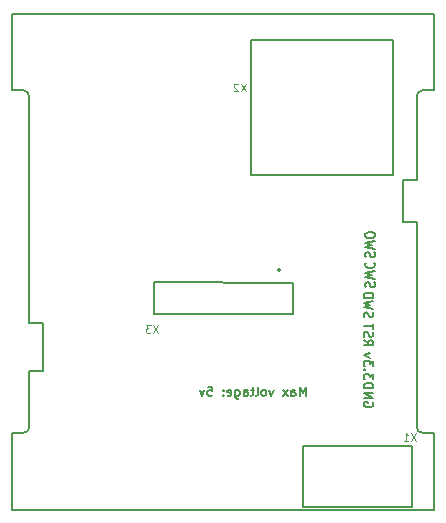
<source format=gbr>
%TF.GenerationSoftware,KiCad,Pcbnew,5.0.2-bee76a0~70~ubuntu18.04.1*%
%TF.CreationDate,2020-02-29T17:30:31-08:00*%
%TF.ProjectId,base,62617365-2e6b-4696-9361-645f70636258,rev?*%
%TF.SameCoordinates,Original*%
%TF.FileFunction,Legend,Bot*%
%TF.FilePolarity,Positive*%
%FSLAX46Y46*%
G04 Gerber Fmt 4.6, Leading zero omitted, Abs format (unit mm)*
G04 Created by KiCad (PCBNEW 5.0.2-bee76a0~70~ubuntu18.04.1) date Sat 29 Feb 2020 05:30:31 PM PST*
%MOMM*%
%LPD*%
G01*
G04 APERTURE LIST*
%ADD10C,0.150000*%
%ADD11C,0.162560*%
%ADD12C,0.127000*%
%ADD13C,0.203200*%
%ADD14C,0.101600*%
G04 APERTURE END LIST*
D10*
X131000500Y-114280540D02*
X131000500Y-118280540D01*
X162651441Y-102162541D02*
X162651441Y-95050541D01*
X161502382Y-105714800D02*
X162651441Y-105714800D01*
X161502382Y-102162541D02*
X162651441Y-102162541D01*
D11*
X158226639Y-113767857D02*
X158189869Y-113657549D01*
X158189869Y-113473701D01*
X158226639Y-113400162D01*
X158263408Y-113363393D01*
X158336947Y-113326623D01*
X158410486Y-113326623D01*
X158484025Y-113363393D01*
X158520795Y-113400162D01*
X158557564Y-113473701D01*
X158594334Y-113620779D01*
X158631103Y-113694318D01*
X158667873Y-113731088D01*
X158741412Y-113767857D01*
X158814951Y-113767857D01*
X158888490Y-113731088D01*
X158925260Y-113694318D01*
X158962029Y-113620779D01*
X158962029Y-113436932D01*
X158925260Y-113326623D01*
X158962029Y-113069236D02*
X158189869Y-112885389D01*
X158741412Y-112738311D01*
X158189869Y-112591233D01*
X158962029Y-112407385D01*
X158189869Y-112113229D02*
X158962029Y-112113229D01*
X158962029Y-111929381D01*
X158925260Y-111819073D01*
X158851720Y-111745534D01*
X158778181Y-111708764D01*
X158631103Y-111671995D01*
X158520795Y-111671995D01*
X158373717Y-111708764D01*
X158300178Y-111745534D01*
X158226639Y-111819073D01*
X158189869Y-111929381D01*
X158189869Y-112113229D01*
X158353639Y-111227857D02*
X158316869Y-111117549D01*
X158316869Y-110933701D01*
X158353639Y-110860162D01*
X158390408Y-110823393D01*
X158463947Y-110786623D01*
X158537486Y-110786623D01*
X158611025Y-110823393D01*
X158647795Y-110860162D01*
X158684564Y-110933701D01*
X158721334Y-111080779D01*
X158758103Y-111154318D01*
X158794873Y-111191088D01*
X158868412Y-111227857D01*
X158941951Y-111227857D01*
X159015490Y-111191088D01*
X159052260Y-111154318D01*
X159089029Y-111080779D01*
X159089029Y-110896932D01*
X159052260Y-110786623D01*
X159089029Y-110529236D02*
X158316869Y-110345389D01*
X158868412Y-110198311D01*
X158316869Y-110051233D01*
X159089029Y-109867385D01*
X158390408Y-109131995D02*
X158353639Y-109168764D01*
X158316869Y-109279073D01*
X158316869Y-109352612D01*
X158353639Y-109462920D01*
X158427178Y-109536459D01*
X158500717Y-109573229D01*
X158647795Y-109609998D01*
X158758103Y-109609998D01*
X158905181Y-109573229D01*
X158978720Y-109536459D01*
X159052260Y-109462920D01*
X159089029Y-109352612D01*
X159089029Y-109279073D01*
X159052260Y-109168764D01*
X159015490Y-109131995D01*
X153260488Y-120413230D02*
X153260488Y-119641070D01*
X153003101Y-120192613D01*
X152745715Y-119641070D01*
X152745715Y-120413230D01*
X152047094Y-120413230D02*
X152047094Y-120008765D01*
X152083863Y-119935226D01*
X152157402Y-119898457D01*
X152304480Y-119898457D01*
X152378019Y-119935226D01*
X152047094Y-120376460D02*
X152120633Y-120413230D01*
X152304480Y-120413230D01*
X152378019Y-120376460D01*
X152414789Y-120302921D01*
X152414789Y-120229382D01*
X152378019Y-120155843D01*
X152304480Y-120119074D01*
X152120633Y-120119074D01*
X152047094Y-120082304D01*
X151752937Y-120413230D02*
X151348473Y-119898457D01*
X151752937Y-119898457D02*
X151348473Y-120413230D01*
X150539543Y-119898457D02*
X150355696Y-120413230D01*
X150171848Y-119898457D01*
X149767383Y-120413230D02*
X149840922Y-120376460D01*
X149877692Y-120339691D01*
X149914461Y-120266152D01*
X149914461Y-120045535D01*
X149877692Y-119971996D01*
X149840922Y-119935226D01*
X149767383Y-119898457D01*
X149657075Y-119898457D01*
X149583536Y-119935226D01*
X149546766Y-119971996D01*
X149509996Y-120045535D01*
X149509996Y-120266152D01*
X149546766Y-120339691D01*
X149583536Y-120376460D01*
X149657075Y-120413230D01*
X149767383Y-120413230D01*
X149068762Y-120413230D02*
X149142301Y-120376460D01*
X149179071Y-120302921D01*
X149179071Y-119641070D01*
X148884915Y-119898457D02*
X148590758Y-119898457D01*
X148774606Y-119641070D02*
X148774606Y-120302921D01*
X148737836Y-120376460D01*
X148664297Y-120413230D01*
X148590758Y-120413230D01*
X148002446Y-120413230D02*
X148002446Y-120008765D01*
X148039216Y-119935226D01*
X148112755Y-119898457D01*
X148259833Y-119898457D01*
X148333372Y-119935226D01*
X148002446Y-120376460D02*
X148075985Y-120413230D01*
X148259833Y-120413230D01*
X148333372Y-120376460D01*
X148370141Y-120302921D01*
X148370141Y-120229382D01*
X148333372Y-120155843D01*
X148259833Y-120119074D01*
X148075985Y-120119074D01*
X148002446Y-120082304D01*
X147303825Y-119898457D02*
X147303825Y-120523539D01*
X147340595Y-120597078D01*
X147377364Y-120633847D01*
X147450903Y-120670617D01*
X147561212Y-120670617D01*
X147634751Y-120633847D01*
X147303825Y-120376460D02*
X147377364Y-120413230D01*
X147524442Y-120413230D01*
X147597981Y-120376460D01*
X147634751Y-120339691D01*
X147671520Y-120266152D01*
X147671520Y-120045535D01*
X147634751Y-119971996D01*
X147597981Y-119935226D01*
X147524442Y-119898457D01*
X147377364Y-119898457D01*
X147303825Y-119935226D01*
X146641974Y-120376460D02*
X146715513Y-120413230D01*
X146862591Y-120413230D01*
X146936130Y-120376460D01*
X146972899Y-120302921D01*
X146972899Y-120008765D01*
X146936130Y-119935226D01*
X146862591Y-119898457D01*
X146715513Y-119898457D01*
X146641974Y-119935226D01*
X146605204Y-120008765D01*
X146605204Y-120082304D01*
X146972899Y-120155843D01*
X146274278Y-120339691D02*
X146237509Y-120376460D01*
X146274278Y-120413230D01*
X146311048Y-120376460D01*
X146274278Y-120339691D01*
X146274278Y-120413230D01*
X146274278Y-119935226D02*
X146237509Y-119971996D01*
X146274278Y-120008765D01*
X146311048Y-119971996D01*
X146274278Y-119935226D01*
X146274278Y-120008765D01*
X144950576Y-119641070D02*
X145318271Y-119641070D01*
X145355040Y-120008765D01*
X145318271Y-119971996D01*
X145244732Y-119935226D01*
X145060884Y-119935226D01*
X144987345Y-119971996D01*
X144950576Y-120008765D01*
X144913806Y-120082304D01*
X144913806Y-120266152D01*
X144950576Y-120339691D01*
X144987345Y-120376460D01*
X145060884Y-120413230D01*
X145244732Y-120413230D01*
X145318271Y-120376460D01*
X145355040Y-120339691D01*
X144656419Y-119898457D02*
X144472572Y-120413230D01*
X144288724Y-119898457D01*
X158189869Y-115702854D02*
X158557564Y-115960240D01*
X158189869Y-116144088D02*
X158962029Y-116144088D01*
X158962029Y-115849932D01*
X158925260Y-115776393D01*
X158888490Y-115739623D01*
X158814951Y-115702854D01*
X158704642Y-115702854D01*
X158631103Y-115739623D01*
X158594334Y-115776393D01*
X158557564Y-115849932D01*
X158557564Y-116144088D01*
X158226639Y-115408697D02*
X158189869Y-115298389D01*
X158189869Y-115114541D01*
X158226639Y-115041002D01*
X158263408Y-115004233D01*
X158336947Y-114967463D01*
X158410486Y-114967463D01*
X158484025Y-115004233D01*
X158520795Y-115041002D01*
X158557564Y-115114541D01*
X158594334Y-115261619D01*
X158631103Y-115335158D01*
X158667873Y-115371928D01*
X158741412Y-115408697D01*
X158814951Y-115408697D01*
X158888490Y-115371928D01*
X158925260Y-115335158D01*
X158962029Y-115261619D01*
X158962029Y-115077772D01*
X158925260Y-114967463D01*
X158962029Y-114746846D02*
X158962029Y-114305612D01*
X158189869Y-114526229D02*
X158962029Y-114526229D01*
X158925260Y-120946623D02*
X158962029Y-121020162D01*
X158962029Y-121130471D01*
X158925260Y-121240779D01*
X158851720Y-121314318D01*
X158778181Y-121351088D01*
X158631103Y-121387857D01*
X158520795Y-121387857D01*
X158373717Y-121351088D01*
X158300178Y-121314318D01*
X158226639Y-121240779D01*
X158189869Y-121130471D01*
X158189869Y-121056932D01*
X158226639Y-120946623D01*
X158263408Y-120909854D01*
X158520795Y-120909854D01*
X158520795Y-121056932D01*
X158189869Y-120578928D02*
X158962029Y-120578928D01*
X158189869Y-120137694D01*
X158962029Y-120137694D01*
X158189869Y-119769998D02*
X158962029Y-119769998D01*
X158962029Y-119586151D01*
X158925260Y-119475842D01*
X158851720Y-119402303D01*
X158778181Y-119365534D01*
X158631103Y-119328764D01*
X158520795Y-119328764D01*
X158373717Y-119365534D01*
X158300178Y-119402303D01*
X158226639Y-119475842D01*
X158189869Y-119586151D01*
X158189869Y-119769998D01*
X158962029Y-119011627D02*
X158962029Y-118533623D01*
X158667873Y-118791010D01*
X158667873Y-118680701D01*
X158631103Y-118607162D01*
X158594334Y-118570393D01*
X158520795Y-118533623D01*
X158336947Y-118533623D01*
X158263408Y-118570393D01*
X158226639Y-118607162D01*
X158189869Y-118680701D01*
X158189869Y-118901318D01*
X158226639Y-118974857D01*
X158263408Y-119011627D01*
X158263408Y-118202697D02*
X158226639Y-118165928D01*
X158189869Y-118202697D01*
X158226639Y-118239467D01*
X158263408Y-118202697D01*
X158189869Y-118202697D01*
X158962029Y-117908541D02*
X158962029Y-117430537D01*
X158667873Y-117687924D01*
X158667873Y-117577616D01*
X158631103Y-117504076D01*
X158594334Y-117467307D01*
X158520795Y-117430537D01*
X158336947Y-117430537D01*
X158263408Y-117467307D01*
X158226639Y-117504076D01*
X158189869Y-117577616D01*
X158189869Y-117798233D01*
X158226639Y-117871772D01*
X158263408Y-117908541D01*
X158704642Y-117173151D02*
X158189869Y-116989303D01*
X158704642Y-116805456D01*
X158353639Y-108687857D02*
X158316869Y-108577549D01*
X158316869Y-108393701D01*
X158353639Y-108320162D01*
X158390408Y-108283393D01*
X158463947Y-108246623D01*
X158537486Y-108246623D01*
X158611025Y-108283393D01*
X158647795Y-108320162D01*
X158684564Y-108393701D01*
X158721334Y-108540779D01*
X158758103Y-108614318D01*
X158794873Y-108651088D01*
X158868412Y-108687857D01*
X158941951Y-108687857D01*
X159015490Y-108651088D01*
X159052260Y-108614318D01*
X159089029Y-108540779D01*
X159089029Y-108356932D01*
X159052260Y-108246623D01*
X159089029Y-107989236D02*
X158316869Y-107805389D01*
X158868412Y-107658311D01*
X158316869Y-107511233D01*
X159089029Y-107327385D01*
X159089029Y-106886151D02*
X159089029Y-106739073D01*
X159052260Y-106665534D01*
X158978720Y-106591995D01*
X158831642Y-106555225D01*
X158574256Y-106555225D01*
X158427178Y-106591995D01*
X158353639Y-106665534D01*
X158316869Y-106739073D01*
X158316869Y-106886151D01*
X158353639Y-106959690D01*
X158427178Y-107033229D01*
X158574256Y-107069998D01*
X158831642Y-107069998D01*
X158978720Y-107033229D01*
X159052260Y-106959690D01*
X159089029Y-106886151D01*
D10*
X129851441Y-123050540D02*
G75*
G02X129351441Y-123550540I-500000J0D01*
G01*
X129351441Y-94550541D02*
G75*
G02X129851441Y-95050541I0J-500000D01*
G01*
X162651441Y-95050541D02*
G75*
G02X163151441Y-94550541I500000J0D01*
G01*
X163151441Y-123550540D02*
G75*
G02X162651441Y-123050540I0J500000D01*
G01*
X128351441Y-88050540D02*
X128351441Y-94550540D01*
X163151441Y-94550541D02*
X164151441Y-94550540D01*
X162651441Y-123050540D02*
X162651441Y-105714800D01*
X164151441Y-123550540D02*
X163151441Y-123550540D01*
X164151441Y-94550540D02*
X164151440Y-88050541D01*
X129851441Y-95050541D02*
X129851441Y-114280540D01*
X128351441Y-94550540D02*
X129351441Y-94550541D01*
X128351441Y-130050540D02*
X162651440Y-130050540D01*
X129851441Y-114280540D02*
X131000500Y-114280540D01*
X161502382Y-102162541D02*
X161502382Y-105714800D01*
X162651440Y-88050540D02*
X128351441Y-88050540D01*
X131000500Y-118280540D02*
X129851441Y-118280540D01*
X128351441Y-123550540D02*
X128351441Y-130050540D01*
X129351441Y-123550540D02*
X128351441Y-123550540D01*
X129851441Y-118280540D02*
X129851441Y-123050540D01*
X162651440Y-130050540D02*
X164151440Y-130050540D01*
X164151440Y-88050541D02*
X162651440Y-88050540D01*
X164151440Y-130050540D02*
X164151441Y-123550540D01*
D12*
X148653500Y-101703900D02*
X148653500Y-90303900D01*
X160653500Y-101703900D02*
X148653500Y-101703900D01*
X160653500Y-90303900D02*
X160653500Y-101703900D01*
X148653500Y-90303900D02*
X160653500Y-90303900D01*
X153070000Y-124634000D02*
X153070000Y-129789000D01*
X162230000Y-124634000D02*
X153070000Y-124634000D01*
X162230000Y-129789000D02*
X162230000Y-124634000D01*
X162230000Y-129789000D02*
X153070000Y-129789000D01*
X151119900Y-109787300D02*
G75*
G03X151119900Y-109787300I-127000J0D01*
G01*
D13*
X140402300Y-113508900D02*
X152143100Y-113521600D01*
X152143100Y-113521600D02*
X152143100Y-110826900D01*
X152143100Y-110826900D02*
X140402300Y-110814200D01*
X140402300Y-110814200D02*
X140402300Y-113508900D01*
D14*
X148165145Y-93984761D02*
X147741812Y-94619761D01*
X147741812Y-93984761D02*
X148165145Y-94619761D01*
X147530145Y-94045238D02*
X147499907Y-94015000D01*
X147439431Y-93984761D01*
X147288240Y-93984761D01*
X147227764Y-94015000D01*
X147197526Y-94045238D01*
X147167288Y-94105714D01*
X147167288Y-94166190D01*
X147197526Y-94256904D01*
X147560383Y-94619761D01*
X147167288Y-94619761D01*
X162573245Y-123568761D02*
X162149912Y-124203761D01*
X162149912Y-123568761D02*
X162573245Y-124203761D01*
X161575388Y-124203761D02*
X161938245Y-124203761D01*
X161756817Y-124203761D02*
X161756817Y-123568761D01*
X161817293Y-123659476D01*
X161877769Y-123719952D01*
X161938245Y-123750190D01*
X140735949Y-114446161D02*
X140312616Y-115081161D01*
X140312616Y-114446161D02*
X140735949Y-115081161D01*
X140131187Y-114446161D02*
X139738092Y-114446161D01*
X139949759Y-114688066D01*
X139859044Y-114688066D01*
X139798568Y-114718304D01*
X139768330Y-114748542D01*
X139738092Y-114809019D01*
X139738092Y-114960209D01*
X139768330Y-115020685D01*
X139798568Y-115050923D01*
X139859044Y-115081161D01*
X140040473Y-115081161D01*
X140100949Y-115050923D01*
X140131187Y-115020685D01*
M02*

</source>
